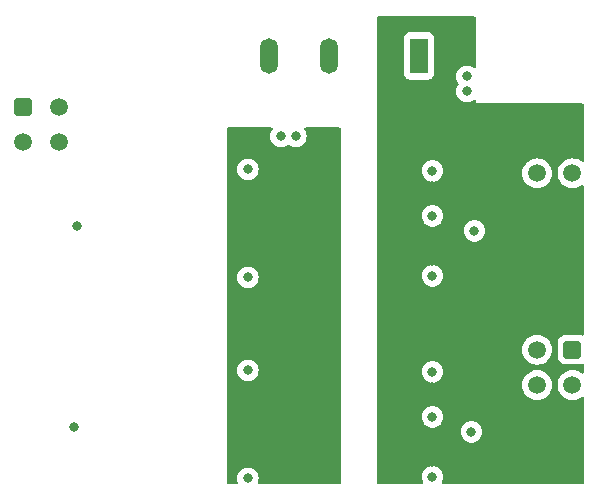
<source format=gbr>
%TF.GenerationSoftware,KiCad,Pcbnew,(6.0.1)*%
%TF.CreationDate,2022-08-15T16:30:33+03:00*%
%TF.ProjectId,Measure,4d656173-7572-4652-9e6b-696361645f70,rev?*%
%TF.SameCoordinates,Original*%
%TF.FileFunction,Copper,L2,Inr*%
%TF.FilePolarity,Positive*%
%FSLAX46Y46*%
G04 Gerber Fmt 4.6, Leading zero omitted, Abs format (unit mm)*
G04 Created by KiCad (PCBNEW (6.0.1)) date 2022-08-15 16:30:33*
%MOMM*%
%LPD*%
G01*
G04 APERTURE LIST*
G04 Aperture macros list*
%AMRoundRect*
0 Rectangle with rounded corners*
0 $1 Rounding radius*
0 $2 $3 $4 $5 $6 $7 $8 $9 X,Y pos of 4 corners*
0 Add a 4 corners polygon primitive as box body*
4,1,4,$2,$3,$4,$5,$6,$7,$8,$9,$2,$3,0*
0 Add four circle primitives for the rounded corners*
1,1,$1+$1,$2,$3*
1,1,$1+$1,$4,$5*
1,1,$1+$1,$6,$7*
1,1,$1+$1,$8,$9*
0 Add four rect primitives between the rounded corners*
20,1,$1+$1,$2,$3,$4,$5,0*
20,1,$1+$1,$4,$5,$6,$7,0*
20,1,$1+$1,$6,$7,$8,$9,0*
20,1,$1+$1,$8,$9,$2,$3,0*%
G04 Aperture macros list end*
%TA.AperFunction,ComponentPad*%
%ADD10RoundRect,0.250001X-0.499999X0.499999X-0.499999X-0.499999X0.499999X-0.499999X0.499999X0.499999X0*%
%TD*%
%TA.AperFunction,ComponentPad*%
%ADD11C,1.500000*%
%TD*%
%TA.AperFunction,ComponentPad*%
%ADD12R,1.500000X3.000000*%
%TD*%
%TA.AperFunction,ComponentPad*%
%ADD13O,1.500000X3.000000*%
%TD*%
%TA.AperFunction,ComponentPad*%
%ADD14RoundRect,0.250001X-0.499999X-0.499999X0.499999X-0.499999X0.499999X0.499999X-0.499999X0.499999X0*%
%TD*%
%TA.AperFunction,ViaPad*%
%ADD15C,0.800000*%
%TD*%
G04 APERTURE END LIST*
D10*
%TO.N,+5V*%
%TO.C,J3*%
X180640000Y-73786000D03*
D11*
%TO.N,GND*%
X180640000Y-76786000D03*
%TO.N,+5V*%
X177640000Y-73786000D03*
%TO.N,GND*%
X177640000Y-76786000D03*
%TD*%
D12*
%TO.N,GND*%
%TO.C,U1*%
X167666500Y-66842000D03*
D13*
%TO.N,+5V*%
X165126500Y-66842000D03*
%TO.N,+5VP*%
X160046500Y-66842000D03*
%TO.N,GNDPWR*%
X154966500Y-66842000D03*
%TD*%
D10*
%TO.N,GND*%
%TO.C,J2*%
X180640000Y-91718000D03*
D11*
X180640000Y-94718000D03*
%TO.N,/Voltage_OUT_Measure*%
X177640000Y-91718000D03*
%TO.N,/Voltage_IN_Measure*%
X177640000Y-94718000D03*
%TD*%
D14*
%TO.N,GNDPWR*%
%TO.C,J1*%
X134136000Y-71165000D03*
D11*
X137136000Y-71165000D03*
%TO.N,/Voltage_IN*%
X134136000Y-74165000D03*
%TO.N,/Voltage_OUT*%
X137136000Y-74165000D03*
%TD*%
D15*
%TO.N,+5V*%
X168783000Y-94869000D03*
X171704000Y-64516000D03*
X168783000Y-101219000D03*
X168783000Y-77851000D03*
X168783000Y-84201000D03*
X171704000Y-65786000D03*
%TO.N,GND*%
X168783000Y-85471000D03*
X171704000Y-68580000D03*
X171704000Y-69850000D03*
X168783000Y-76581000D03*
X168783000Y-93599000D03*
X168783000Y-102489000D03*
%TO.N,+5VP*%
X159258000Y-73660000D03*
X153162000Y-83544500D03*
X155194000Y-81661000D03*
X155067000Y-98679000D03*
X160528000Y-73660000D03*
X153172750Y-100573250D03*
%TO.N,GNDPWR*%
X138684000Y-81280000D03*
X153162000Y-85598000D03*
X155956000Y-73660000D03*
X153162000Y-102616000D03*
X153162000Y-93472000D03*
X157226000Y-73660000D03*
X138430000Y-98298000D03*
X153162000Y-76454000D03*
%TO.N,Net-(C11-Pad1)*%
X168783000Y-97409000D03*
%TO.N,/Voltage_IN_Measure*%
X172085000Y-98679000D03*
%TO.N,Net-(C18-Pad1)*%
X168783000Y-80391000D03*
%TO.N,/Voltage_OUT_Measure*%
X172339000Y-81661000D03*
%TD*%
%TA.AperFunction,Conductor*%
%TO.N,+5VP*%
G36*
X155204722Y-72918002D02*
G01*
X155251215Y-72971658D01*
X155261319Y-73041932D01*
X155230238Y-73108309D01*
X155216960Y-73123056D01*
X155121473Y-73288444D01*
X155062458Y-73470072D01*
X155042496Y-73660000D01*
X155062458Y-73849928D01*
X155121473Y-74031556D01*
X155216960Y-74196944D01*
X155344747Y-74338866D01*
X155499248Y-74451118D01*
X155505276Y-74453802D01*
X155505278Y-74453803D01*
X155667681Y-74526109D01*
X155673712Y-74528794D01*
X155767113Y-74548647D01*
X155854056Y-74567128D01*
X155854061Y-74567128D01*
X155860513Y-74568500D01*
X156051487Y-74568500D01*
X156057939Y-74567128D01*
X156057944Y-74567128D01*
X156144887Y-74548647D01*
X156238288Y-74528794D01*
X156244319Y-74526109D01*
X156406722Y-74453803D01*
X156406724Y-74453802D01*
X156412752Y-74451118D01*
X156516940Y-74375421D01*
X156583806Y-74351563D01*
X156652958Y-74367643D01*
X156665056Y-74375418D01*
X156769248Y-74451118D01*
X156775276Y-74453802D01*
X156775278Y-74453803D01*
X156937681Y-74526109D01*
X156943712Y-74528794D01*
X157037113Y-74548647D01*
X157124056Y-74567128D01*
X157124061Y-74567128D01*
X157130513Y-74568500D01*
X157321487Y-74568500D01*
X157327939Y-74567128D01*
X157327944Y-74567128D01*
X157414887Y-74548647D01*
X157508288Y-74528794D01*
X157514319Y-74526109D01*
X157676722Y-74453803D01*
X157676724Y-74453802D01*
X157682752Y-74451118D01*
X157837253Y-74338866D01*
X157965040Y-74196944D01*
X158060527Y-74031556D01*
X158119542Y-73849928D01*
X158139504Y-73660000D01*
X158119542Y-73470072D01*
X158060527Y-73288444D01*
X157965040Y-73123056D01*
X157951762Y-73108309D01*
X157921045Y-73044301D01*
X157929810Y-72973848D01*
X157975274Y-72919317D01*
X158045399Y-72898000D01*
X160910000Y-72898000D01*
X160978121Y-72918002D01*
X161024614Y-72971658D01*
X161036000Y-73024000D01*
X161036000Y-102998000D01*
X161015998Y-103066121D01*
X160962342Y-103112614D01*
X160910000Y-103124000D01*
X154125618Y-103124000D01*
X154057497Y-103103998D01*
X154011004Y-103050342D01*
X154000900Y-102980068D01*
X154005785Y-102959064D01*
X154053502Y-102812206D01*
X154055542Y-102805928D01*
X154075504Y-102616000D01*
X154055542Y-102426072D01*
X153996527Y-102244444D01*
X153901040Y-102079056D01*
X153773253Y-101937134D01*
X153618752Y-101824882D01*
X153612724Y-101822198D01*
X153612722Y-101822197D01*
X153450319Y-101749891D01*
X153450318Y-101749891D01*
X153444288Y-101747206D01*
X153350887Y-101727353D01*
X153263944Y-101708872D01*
X153263939Y-101708872D01*
X153257487Y-101707500D01*
X153066513Y-101707500D01*
X153060061Y-101708872D01*
X153060056Y-101708872D01*
X152973113Y-101727353D01*
X152879712Y-101747206D01*
X152873682Y-101749891D01*
X152873681Y-101749891D01*
X152711278Y-101822197D01*
X152711276Y-101822198D01*
X152705248Y-101824882D01*
X152550747Y-101937134D01*
X152422960Y-102079056D01*
X152327473Y-102244444D01*
X152268458Y-102426072D01*
X152248496Y-102616000D01*
X152268458Y-102805928D01*
X152270498Y-102812206D01*
X152318215Y-102959064D01*
X152320243Y-103030031D01*
X152283580Y-103090829D01*
X152219868Y-103122155D01*
X152198382Y-103124000D01*
X151510000Y-103124000D01*
X151441879Y-103103998D01*
X151395386Y-103050342D01*
X151384000Y-102998000D01*
X151384000Y-93472000D01*
X152248496Y-93472000D01*
X152268458Y-93661928D01*
X152327473Y-93843556D01*
X152422960Y-94008944D01*
X152550747Y-94150866D01*
X152705248Y-94263118D01*
X152711276Y-94265802D01*
X152711278Y-94265803D01*
X152873681Y-94338109D01*
X152879712Y-94340794D01*
X152973113Y-94360647D01*
X153060056Y-94379128D01*
X153060061Y-94379128D01*
X153066513Y-94380500D01*
X153257487Y-94380500D01*
X153263939Y-94379128D01*
X153263944Y-94379128D01*
X153350887Y-94360647D01*
X153444288Y-94340794D01*
X153450319Y-94338109D01*
X153612722Y-94265803D01*
X153612724Y-94265802D01*
X153618752Y-94263118D01*
X153773253Y-94150866D01*
X153901040Y-94008944D01*
X153996527Y-93843556D01*
X154055542Y-93661928D01*
X154075504Y-93472000D01*
X154055542Y-93282072D01*
X153996527Y-93100444D01*
X153901040Y-92935056D01*
X153773253Y-92793134D01*
X153618752Y-92680882D01*
X153612724Y-92678198D01*
X153612722Y-92678197D01*
X153450319Y-92605891D01*
X153450318Y-92605891D01*
X153444288Y-92603206D01*
X153350887Y-92583353D01*
X153263944Y-92564872D01*
X153263939Y-92564872D01*
X153257487Y-92563500D01*
X153066513Y-92563500D01*
X153060061Y-92564872D01*
X153060056Y-92564872D01*
X152973113Y-92583353D01*
X152879712Y-92603206D01*
X152873682Y-92605891D01*
X152873681Y-92605891D01*
X152711278Y-92678197D01*
X152711276Y-92678198D01*
X152705248Y-92680882D01*
X152550747Y-92793134D01*
X152422960Y-92935056D01*
X152327473Y-93100444D01*
X152268458Y-93282072D01*
X152248496Y-93472000D01*
X151384000Y-93472000D01*
X151384000Y-85598000D01*
X152248496Y-85598000D01*
X152268458Y-85787928D01*
X152327473Y-85969556D01*
X152422960Y-86134944D01*
X152550747Y-86276866D01*
X152705248Y-86389118D01*
X152711276Y-86391802D01*
X152711278Y-86391803D01*
X152873681Y-86464109D01*
X152879712Y-86466794D01*
X152973112Y-86486647D01*
X153060056Y-86505128D01*
X153060061Y-86505128D01*
X153066513Y-86506500D01*
X153257487Y-86506500D01*
X153263939Y-86505128D01*
X153263944Y-86505128D01*
X153350888Y-86486647D01*
X153444288Y-86466794D01*
X153450319Y-86464109D01*
X153612722Y-86391803D01*
X153612724Y-86391802D01*
X153618752Y-86389118D01*
X153773253Y-86276866D01*
X153901040Y-86134944D01*
X153996527Y-85969556D01*
X154055542Y-85787928D01*
X154075504Y-85598000D01*
X154055542Y-85408072D01*
X153996527Y-85226444D01*
X153901040Y-85061056D01*
X153773253Y-84919134D01*
X153618752Y-84806882D01*
X153612724Y-84804198D01*
X153612722Y-84804197D01*
X153450319Y-84731891D01*
X153450318Y-84731891D01*
X153444288Y-84729206D01*
X153350888Y-84709353D01*
X153263944Y-84690872D01*
X153263939Y-84690872D01*
X153257487Y-84689500D01*
X153066513Y-84689500D01*
X153060061Y-84690872D01*
X153060056Y-84690872D01*
X152973113Y-84709353D01*
X152879712Y-84729206D01*
X152873682Y-84731891D01*
X152873681Y-84731891D01*
X152711278Y-84804197D01*
X152711276Y-84804198D01*
X152705248Y-84806882D01*
X152550747Y-84919134D01*
X152422960Y-85061056D01*
X152327473Y-85226444D01*
X152268458Y-85408072D01*
X152248496Y-85598000D01*
X151384000Y-85598000D01*
X151384000Y-76454000D01*
X152248496Y-76454000D01*
X152268458Y-76643928D01*
X152327473Y-76825556D01*
X152422960Y-76990944D01*
X152550747Y-77132866D01*
X152705248Y-77245118D01*
X152711276Y-77247802D01*
X152711278Y-77247803D01*
X152873681Y-77320109D01*
X152879712Y-77322794D01*
X152973112Y-77342647D01*
X153060056Y-77361128D01*
X153060061Y-77361128D01*
X153066513Y-77362500D01*
X153257487Y-77362500D01*
X153263939Y-77361128D01*
X153263944Y-77361128D01*
X153350888Y-77342647D01*
X153444288Y-77322794D01*
X153450319Y-77320109D01*
X153612722Y-77247803D01*
X153612724Y-77247802D01*
X153618752Y-77245118D01*
X153773253Y-77132866D01*
X153901040Y-76990944D01*
X153996527Y-76825556D01*
X154055542Y-76643928D01*
X154075504Y-76454000D01*
X154055542Y-76264072D01*
X153996527Y-76082444D01*
X153901040Y-75917056D01*
X153773253Y-75775134D01*
X153618752Y-75662882D01*
X153612724Y-75660198D01*
X153612722Y-75660197D01*
X153450319Y-75587891D01*
X153450318Y-75587891D01*
X153444288Y-75585206D01*
X153350887Y-75565353D01*
X153263944Y-75546872D01*
X153263939Y-75546872D01*
X153257487Y-75545500D01*
X153066513Y-75545500D01*
X153060061Y-75546872D01*
X153060056Y-75546872D01*
X152973113Y-75565353D01*
X152879712Y-75585206D01*
X152873682Y-75587891D01*
X152873681Y-75587891D01*
X152711278Y-75660197D01*
X152711276Y-75660198D01*
X152705248Y-75662882D01*
X152550747Y-75775134D01*
X152422960Y-75917056D01*
X152327473Y-76082444D01*
X152268458Y-76264072D01*
X152248496Y-76454000D01*
X151384000Y-76454000D01*
X151384000Y-73024000D01*
X151404002Y-72955879D01*
X151457658Y-72909386D01*
X151510000Y-72898000D01*
X155136601Y-72898000D01*
X155204722Y-72918002D01*
G37*
%TD.AperFunction*%
%TD*%
%TA.AperFunction,Conductor*%
%TO.N,+5V*%
G36*
X172408121Y-63520002D02*
G01*
X172454614Y-63573658D01*
X172466000Y-63626000D01*
X172466000Y-67763369D01*
X172445998Y-67831490D01*
X172392342Y-67877983D01*
X172322068Y-67888087D01*
X172265939Y-67865305D01*
X172166094Y-67792763D01*
X172166093Y-67792762D01*
X172160752Y-67788882D01*
X172154724Y-67786198D01*
X172154722Y-67786197D01*
X171992319Y-67713891D01*
X171992318Y-67713891D01*
X171986288Y-67711206D01*
X171892888Y-67691353D01*
X171805944Y-67672872D01*
X171805939Y-67672872D01*
X171799487Y-67671500D01*
X171608513Y-67671500D01*
X171602061Y-67672872D01*
X171602056Y-67672872D01*
X171515112Y-67691353D01*
X171421712Y-67711206D01*
X171415682Y-67713891D01*
X171415681Y-67713891D01*
X171253278Y-67786197D01*
X171253276Y-67786198D01*
X171247248Y-67788882D01*
X171092747Y-67901134D01*
X170964960Y-68043056D01*
X170869473Y-68208444D01*
X170810458Y-68390072D01*
X170790496Y-68580000D01*
X170810458Y-68769928D01*
X170869473Y-68951556D01*
X170964960Y-69116944D01*
X170977338Y-69130691D01*
X171008054Y-69194697D01*
X170999290Y-69265150D01*
X170977339Y-69299307D01*
X170964960Y-69313056D01*
X170869473Y-69478444D01*
X170810458Y-69660072D01*
X170790496Y-69850000D01*
X170810458Y-70039928D01*
X170869473Y-70221556D01*
X170964960Y-70386944D01*
X171092747Y-70528866D01*
X171247248Y-70641118D01*
X171253276Y-70643802D01*
X171253278Y-70643803D01*
X171304551Y-70666631D01*
X171421712Y-70718794D01*
X171515113Y-70738647D01*
X171602056Y-70757128D01*
X171602061Y-70757128D01*
X171608513Y-70758500D01*
X171799487Y-70758500D01*
X171805939Y-70757128D01*
X171805944Y-70757128D01*
X171892887Y-70738647D01*
X171986288Y-70718794D01*
X172103449Y-70666631D01*
X172154722Y-70643803D01*
X172154724Y-70643802D01*
X172160752Y-70641118D01*
X172206568Y-70607831D01*
X172265939Y-70564695D01*
X172332807Y-70540837D01*
X172401958Y-70556917D01*
X172451438Y-70607831D01*
X172466000Y-70666631D01*
X172466000Y-70866000D01*
X181484000Y-70866000D01*
X181552121Y-70886002D01*
X181598614Y-70939658D01*
X181610000Y-70992000D01*
X181610000Y-75686813D01*
X181589998Y-75754934D01*
X181536342Y-75801427D01*
X181466068Y-75811531D01*
X181411729Y-75790026D01*
X181361612Y-75754934D01*
X181271654Y-75691944D01*
X181072076Y-75598880D01*
X180859371Y-75541885D01*
X180640000Y-75522693D01*
X180420629Y-75541885D01*
X180207924Y-75598880D01*
X180114562Y-75642415D01*
X180013334Y-75689618D01*
X180013329Y-75689621D01*
X180008347Y-75691944D01*
X180003840Y-75695100D01*
X180003838Y-75695101D01*
X179832473Y-75815092D01*
X179832470Y-75815094D01*
X179827962Y-75818251D01*
X179672251Y-75973962D01*
X179669094Y-75978470D01*
X179669092Y-75978473D01*
X179619167Y-76049774D01*
X179545944Y-76154347D01*
X179543621Y-76159329D01*
X179543618Y-76159334D01*
X179520252Y-76209444D01*
X179452880Y-76353924D01*
X179395885Y-76566629D01*
X179376693Y-76786000D01*
X179395885Y-77005371D01*
X179452880Y-77218076D01*
X179455205Y-77223061D01*
X179543618Y-77412666D01*
X179543621Y-77412671D01*
X179545944Y-77417653D01*
X179672251Y-77598038D01*
X179827962Y-77753749D01*
X179832471Y-77756906D01*
X179832473Y-77756908D01*
X179860555Y-77776571D01*
X180008346Y-77880056D01*
X180207924Y-77973120D01*
X180420629Y-78030115D01*
X180640000Y-78049307D01*
X180859371Y-78030115D01*
X181072076Y-77973120D01*
X181271654Y-77880056D01*
X181411729Y-77781974D01*
X181479003Y-77759286D01*
X181547863Y-77776571D01*
X181596448Y-77828341D01*
X181610000Y-77885187D01*
X181610000Y-90400187D01*
X181589998Y-90468308D01*
X181536342Y-90514801D01*
X181466068Y-90524905D01*
X181444333Y-90519780D01*
X181301389Y-90472368D01*
X181301387Y-90472368D01*
X181294861Y-90470203D01*
X181288025Y-90469503D01*
X181288022Y-90469502D01*
X181244969Y-90465091D01*
X181190400Y-90459500D01*
X180089600Y-90459500D01*
X180086354Y-90459837D01*
X180086350Y-90459837D01*
X179990693Y-90469762D01*
X179990689Y-90469763D01*
X179983835Y-90470474D01*
X179977299Y-90472655D01*
X179977297Y-90472655D01*
X179850971Y-90514801D01*
X179816055Y-90526450D01*
X179665652Y-90619522D01*
X179540695Y-90744697D01*
X179447885Y-90895262D01*
X179392203Y-91063139D01*
X179381500Y-91167600D01*
X179381500Y-92268400D01*
X179381837Y-92271646D01*
X179381837Y-92271650D01*
X179390399Y-92354162D01*
X179392474Y-92374165D01*
X179448450Y-92541945D01*
X179541522Y-92692348D01*
X179666697Y-92817305D01*
X179672927Y-92821145D01*
X179672928Y-92821146D01*
X179809159Y-92905120D01*
X179817262Y-92910115D01*
X179835762Y-92916251D01*
X179978611Y-92963632D01*
X179978613Y-92963632D01*
X179985139Y-92965797D01*
X179991975Y-92966497D01*
X179991978Y-92966498D01*
X180035031Y-92970909D01*
X180089600Y-92976500D01*
X181190400Y-92976500D01*
X181193646Y-92976163D01*
X181193650Y-92976163D01*
X181289307Y-92966238D01*
X181289311Y-92966237D01*
X181296165Y-92965526D01*
X181302701Y-92963345D01*
X181302703Y-92963345D01*
X181444124Y-92916163D01*
X181515073Y-92913579D01*
X181576157Y-92949762D01*
X181607982Y-93013227D01*
X181610000Y-93035687D01*
X181610000Y-93618813D01*
X181589998Y-93686934D01*
X181536342Y-93733427D01*
X181466068Y-93743531D01*
X181411729Y-93722026D01*
X181361612Y-93686934D01*
X181271654Y-93623944D01*
X181072076Y-93530880D01*
X180859371Y-93473885D01*
X180640000Y-93454693D01*
X180420629Y-93473885D01*
X180207924Y-93530880D01*
X180114562Y-93574415D01*
X180013334Y-93621618D01*
X180013329Y-93621621D01*
X180008347Y-93623944D01*
X180003840Y-93627100D01*
X180003838Y-93627101D01*
X179832473Y-93747092D01*
X179832470Y-93747094D01*
X179827962Y-93750251D01*
X179672251Y-93905962D01*
X179669094Y-93910470D01*
X179669092Y-93910473D01*
X179623014Y-93976279D01*
X179545944Y-94086347D01*
X179543621Y-94091329D01*
X179543618Y-94091334D01*
X179520528Y-94140852D01*
X179452880Y-94285924D01*
X179395885Y-94498629D01*
X179376693Y-94718000D01*
X179395885Y-94937371D01*
X179452880Y-95150076D01*
X179455205Y-95155061D01*
X179543618Y-95344666D01*
X179543621Y-95344671D01*
X179545944Y-95349653D01*
X179672251Y-95530038D01*
X179827962Y-95685749D01*
X179832471Y-95688906D01*
X179832473Y-95688908D01*
X179860555Y-95708571D01*
X180008346Y-95812056D01*
X180207924Y-95905120D01*
X180420629Y-95962115D01*
X180640000Y-95981307D01*
X180859371Y-95962115D01*
X181072076Y-95905120D01*
X181271654Y-95812056D01*
X181411729Y-95713974D01*
X181479003Y-95691286D01*
X181547863Y-95708571D01*
X181596448Y-95760341D01*
X181610000Y-95817187D01*
X181610000Y-102998000D01*
X181589998Y-103066121D01*
X181536342Y-103112614D01*
X181484000Y-103124000D01*
X169683666Y-103124000D01*
X169615545Y-103103998D01*
X169569052Y-103050342D01*
X169558948Y-102980068D01*
X169574547Y-102935000D01*
X169614223Y-102866279D01*
X169614224Y-102866278D01*
X169617527Y-102860556D01*
X169676542Y-102678928D01*
X169696504Y-102489000D01*
X169676542Y-102299072D01*
X169617527Y-102117444D01*
X169522040Y-101952056D01*
X169394253Y-101810134D01*
X169239752Y-101697882D01*
X169233724Y-101695198D01*
X169233722Y-101695197D01*
X169071319Y-101622891D01*
X169071318Y-101622891D01*
X169065288Y-101620206D01*
X168971887Y-101600353D01*
X168884944Y-101581872D01*
X168884939Y-101581872D01*
X168878487Y-101580500D01*
X168687513Y-101580500D01*
X168681061Y-101581872D01*
X168681056Y-101581872D01*
X168594113Y-101600353D01*
X168500712Y-101620206D01*
X168494682Y-101622891D01*
X168494681Y-101622891D01*
X168332278Y-101695197D01*
X168332276Y-101695198D01*
X168326248Y-101697882D01*
X168171747Y-101810134D01*
X168043960Y-101952056D01*
X167948473Y-102117444D01*
X167889458Y-102299072D01*
X167869496Y-102489000D01*
X167889458Y-102678928D01*
X167948473Y-102860556D01*
X167951776Y-102866278D01*
X167951777Y-102866279D01*
X167991453Y-102935000D01*
X168008191Y-103003996D01*
X167984970Y-103071087D01*
X167929163Y-103114974D01*
X167882334Y-103124000D01*
X164210000Y-103124000D01*
X164141879Y-103103998D01*
X164095386Y-103050342D01*
X164084000Y-102998000D01*
X164084000Y-98679000D01*
X171171496Y-98679000D01*
X171191458Y-98868928D01*
X171250473Y-99050556D01*
X171345960Y-99215944D01*
X171473747Y-99357866D01*
X171628248Y-99470118D01*
X171634276Y-99472802D01*
X171634278Y-99472803D01*
X171796681Y-99545109D01*
X171802712Y-99547794D01*
X171896113Y-99567647D01*
X171983056Y-99586128D01*
X171983061Y-99586128D01*
X171989513Y-99587500D01*
X172180487Y-99587500D01*
X172186939Y-99586128D01*
X172186944Y-99586128D01*
X172273887Y-99567647D01*
X172367288Y-99547794D01*
X172373319Y-99545109D01*
X172535722Y-99472803D01*
X172535724Y-99472802D01*
X172541752Y-99470118D01*
X172696253Y-99357866D01*
X172824040Y-99215944D01*
X172919527Y-99050556D01*
X172978542Y-98868928D01*
X172998504Y-98679000D01*
X172978542Y-98489072D01*
X172919527Y-98307444D01*
X172824040Y-98142056D01*
X172778744Y-98091749D01*
X172700675Y-98005045D01*
X172700674Y-98005044D01*
X172696253Y-98000134D01*
X172541752Y-97887882D01*
X172535724Y-97885198D01*
X172535722Y-97885197D01*
X172373319Y-97812891D01*
X172373318Y-97812891D01*
X172367288Y-97810206D01*
X172254721Y-97786279D01*
X172186944Y-97771872D01*
X172186939Y-97771872D01*
X172180487Y-97770500D01*
X171989513Y-97770500D01*
X171983061Y-97771872D01*
X171983056Y-97771872D01*
X171915279Y-97786279D01*
X171802712Y-97810206D01*
X171796682Y-97812891D01*
X171796681Y-97812891D01*
X171634278Y-97885197D01*
X171634276Y-97885198D01*
X171628248Y-97887882D01*
X171473747Y-98000134D01*
X171469326Y-98005044D01*
X171469325Y-98005045D01*
X171391257Y-98091749D01*
X171345960Y-98142056D01*
X171250473Y-98307444D01*
X171191458Y-98489072D01*
X171171496Y-98679000D01*
X164084000Y-98679000D01*
X164084000Y-97409000D01*
X167869496Y-97409000D01*
X167889458Y-97598928D01*
X167948473Y-97780556D01*
X168043960Y-97945944D01*
X168048378Y-97950851D01*
X168048379Y-97950852D01*
X168092753Y-98000134D01*
X168171747Y-98087866D01*
X168326248Y-98200118D01*
X168332276Y-98202802D01*
X168332278Y-98202803D01*
X168494681Y-98275109D01*
X168500712Y-98277794D01*
X168594112Y-98297647D01*
X168681056Y-98316128D01*
X168681061Y-98316128D01*
X168687513Y-98317500D01*
X168878487Y-98317500D01*
X168884939Y-98316128D01*
X168884944Y-98316128D01*
X168971888Y-98297647D01*
X169065288Y-98277794D01*
X169071319Y-98275109D01*
X169233722Y-98202803D01*
X169233724Y-98202802D01*
X169239752Y-98200118D01*
X169394253Y-98087866D01*
X169473247Y-98000134D01*
X169517621Y-97950852D01*
X169517622Y-97950851D01*
X169522040Y-97945944D01*
X169617527Y-97780556D01*
X169676542Y-97598928D01*
X169696504Y-97409000D01*
X169676542Y-97219072D01*
X169617527Y-97037444D01*
X169522040Y-96872056D01*
X169394253Y-96730134D01*
X169239752Y-96617882D01*
X169233724Y-96615198D01*
X169233722Y-96615197D01*
X169071319Y-96542891D01*
X169071318Y-96542891D01*
X169065288Y-96540206D01*
X168971887Y-96520353D01*
X168884944Y-96501872D01*
X168884939Y-96501872D01*
X168878487Y-96500500D01*
X168687513Y-96500500D01*
X168681061Y-96501872D01*
X168681056Y-96501872D01*
X168594112Y-96520353D01*
X168500712Y-96540206D01*
X168494682Y-96542891D01*
X168494681Y-96542891D01*
X168332278Y-96615197D01*
X168332276Y-96615198D01*
X168326248Y-96617882D01*
X168171747Y-96730134D01*
X168043960Y-96872056D01*
X167948473Y-97037444D01*
X167889458Y-97219072D01*
X167869496Y-97409000D01*
X164084000Y-97409000D01*
X164084000Y-94718000D01*
X176376693Y-94718000D01*
X176395885Y-94937371D01*
X176452880Y-95150076D01*
X176455205Y-95155061D01*
X176543618Y-95344666D01*
X176543621Y-95344671D01*
X176545944Y-95349653D01*
X176672251Y-95530038D01*
X176827962Y-95685749D01*
X176832471Y-95688906D01*
X176832473Y-95688908D01*
X176860555Y-95708571D01*
X177008346Y-95812056D01*
X177207924Y-95905120D01*
X177420629Y-95962115D01*
X177640000Y-95981307D01*
X177859371Y-95962115D01*
X178072076Y-95905120D01*
X178271654Y-95812056D01*
X178419445Y-95708571D01*
X178447527Y-95688908D01*
X178447529Y-95688906D01*
X178452038Y-95685749D01*
X178607749Y-95530038D01*
X178734056Y-95349653D01*
X178736379Y-95344671D01*
X178736382Y-95344666D01*
X178824795Y-95155061D01*
X178827120Y-95150076D01*
X178884115Y-94937371D01*
X178903307Y-94718000D01*
X178884115Y-94498629D01*
X178827120Y-94285924D01*
X178759472Y-94140852D01*
X178736382Y-94091334D01*
X178736379Y-94091329D01*
X178734056Y-94086347D01*
X178656986Y-93976279D01*
X178610908Y-93910473D01*
X178610906Y-93910470D01*
X178607749Y-93905962D01*
X178452038Y-93750251D01*
X178271654Y-93623944D01*
X178072076Y-93530880D01*
X177859371Y-93473885D01*
X177640000Y-93454693D01*
X177420629Y-93473885D01*
X177207924Y-93530880D01*
X177114562Y-93574415D01*
X177013334Y-93621618D01*
X177013329Y-93621621D01*
X177008347Y-93623944D01*
X177003840Y-93627100D01*
X177003838Y-93627101D01*
X176832473Y-93747092D01*
X176832470Y-93747094D01*
X176827962Y-93750251D01*
X176672251Y-93905962D01*
X176669094Y-93910470D01*
X176669092Y-93910473D01*
X176623014Y-93976279D01*
X176545944Y-94086347D01*
X176543621Y-94091329D01*
X176543618Y-94091334D01*
X176520528Y-94140852D01*
X176452880Y-94285924D01*
X176395885Y-94498629D01*
X176376693Y-94718000D01*
X164084000Y-94718000D01*
X164084000Y-93599000D01*
X167869496Y-93599000D01*
X167870186Y-93605565D01*
X167885803Y-93754148D01*
X167889458Y-93788928D01*
X167948473Y-93970556D01*
X168043960Y-94135944D01*
X168171747Y-94277866D01*
X168326248Y-94390118D01*
X168332276Y-94392802D01*
X168332278Y-94392803D01*
X168494681Y-94465109D01*
X168500712Y-94467794D01*
X168594113Y-94487647D01*
X168681056Y-94506128D01*
X168681061Y-94506128D01*
X168687513Y-94507500D01*
X168878487Y-94507500D01*
X168884939Y-94506128D01*
X168884944Y-94506128D01*
X168971888Y-94487647D01*
X169065288Y-94467794D01*
X169071319Y-94465109D01*
X169233722Y-94392803D01*
X169233724Y-94392802D01*
X169239752Y-94390118D01*
X169394253Y-94277866D01*
X169522040Y-94135944D01*
X169617527Y-93970556D01*
X169676542Y-93788928D01*
X169680198Y-93754148D01*
X169695814Y-93605565D01*
X169696504Y-93599000D01*
X169676542Y-93409072D01*
X169617527Y-93227444D01*
X169522040Y-93062056D01*
X169449334Y-92981307D01*
X169398675Y-92925045D01*
X169398674Y-92925044D01*
X169394253Y-92920134D01*
X169252722Y-92817305D01*
X169245094Y-92811763D01*
X169245093Y-92811762D01*
X169239752Y-92807882D01*
X169233724Y-92805198D01*
X169233722Y-92805197D01*
X169071319Y-92732891D01*
X169071318Y-92732891D01*
X169065288Y-92730206D01*
X168971888Y-92710353D01*
X168884944Y-92691872D01*
X168884939Y-92691872D01*
X168878487Y-92690500D01*
X168687513Y-92690500D01*
X168681061Y-92691872D01*
X168681056Y-92691872D01*
X168594113Y-92710353D01*
X168500712Y-92730206D01*
X168494682Y-92732891D01*
X168494681Y-92732891D01*
X168332278Y-92805197D01*
X168332276Y-92805198D01*
X168326248Y-92807882D01*
X168320907Y-92811762D01*
X168320906Y-92811763D01*
X168313278Y-92817305D01*
X168171747Y-92920134D01*
X168167326Y-92925044D01*
X168167325Y-92925045D01*
X168116667Y-92981307D01*
X168043960Y-93062056D01*
X167948473Y-93227444D01*
X167889458Y-93409072D01*
X167869496Y-93599000D01*
X164084000Y-93599000D01*
X164084000Y-91718000D01*
X176376693Y-91718000D01*
X176395885Y-91937371D01*
X176452880Y-92150076D01*
X176455205Y-92155061D01*
X176543618Y-92344666D01*
X176543621Y-92344671D01*
X176545944Y-92349653D01*
X176672251Y-92530038D01*
X176827962Y-92685749D01*
X176832471Y-92688906D01*
X176832473Y-92688908D01*
X176836706Y-92691872D01*
X177008346Y-92812056D01*
X177207924Y-92905120D01*
X177420629Y-92962115D01*
X177640000Y-92981307D01*
X177859371Y-92962115D01*
X178072076Y-92905120D01*
X178271654Y-92812056D01*
X178443294Y-92691872D01*
X178447527Y-92688908D01*
X178447529Y-92688906D01*
X178452038Y-92685749D01*
X178607749Y-92530038D01*
X178734056Y-92349653D01*
X178736379Y-92344671D01*
X178736382Y-92344666D01*
X178824795Y-92155061D01*
X178827120Y-92150076D01*
X178884115Y-91937371D01*
X178903307Y-91718000D01*
X178884115Y-91498629D01*
X178827120Y-91285924D01*
X178770454Y-91164402D01*
X178736382Y-91091334D01*
X178736379Y-91091329D01*
X178734056Y-91086347D01*
X178730899Y-91081838D01*
X178610908Y-90910473D01*
X178610906Y-90910470D01*
X178607749Y-90905962D01*
X178452038Y-90750251D01*
X178444107Y-90744697D01*
X178372759Y-90694739D01*
X178271654Y-90623944D01*
X178072076Y-90530880D01*
X177859371Y-90473885D01*
X177640000Y-90454693D01*
X177420629Y-90473885D01*
X177207924Y-90530880D01*
X177114562Y-90574415D01*
X177013334Y-90621618D01*
X177013329Y-90621621D01*
X177008347Y-90623944D01*
X177003840Y-90627100D01*
X177003838Y-90627101D01*
X176832473Y-90747092D01*
X176832470Y-90747094D01*
X176827962Y-90750251D01*
X176672251Y-90905962D01*
X176669094Y-90910470D01*
X176669092Y-90910473D01*
X176549101Y-91081838D01*
X176545944Y-91086347D01*
X176543621Y-91091329D01*
X176543618Y-91091334D01*
X176509546Y-91164402D01*
X176452880Y-91285924D01*
X176395885Y-91498629D01*
X176376693Y-91718000D01*
X164084000Y-91718000D01*
X164084000Y-85471000D01*
X167869496Y-85471000D01*
X167889458Y-85660928D01*
X167948473Y-85842556D01*
X168043960Y-86007944D01*
X168171747Y-86149866D01*
X168326248Y-86262118D01*
X168332276Y-86264802D01*
X168332278Y-86264803D01*
X168494681Y-86337109D01*
X168500712Y-86339794D01*
X168594112Y-86359647D01*
X168681056Y-86378128D01*
X168681061Y-86378128D01*
X168687513Y-86379500D01*
X168878487Y-86379500D01*
X168884939Y-86378128D01*
X168884944Y-86378128D01*
X168971888Y-86359647D01*
X169065288Y-86339794D01*
X169071319Y-86337109D01*
X169233722Y-86264803D01*
X169233724Y-86264802D01*
X169239752Y-86262118D01*
X169394253Y-86149866D01*
X169522040Y-86007944D01*
X169617527Y-85842556D01*
X169676542Y-85660928D01*
X169696504Y-85471000D01*
X169676542Y-85281072D01*
X169617527Y-85099444D01*
X169522040Y-84934056D01*
X169394253Y-84792134D01*
X169239752Y-84679882D01*
X169233724Y-84677198D01*
X169233722Y-84677197D01*
X169071319Y-84604891D01*
X169071318Y-84604891D01*
X169065288Y-84602206D01*
X168971888Y-84582353D01*
X168884944Y-84563872D01*
X168884939Y-84563872D01*
X168878487Y-84562500D01*
X168687513Y-84562500D01*
X168681061Y-84563872D01*
X168681056Y-84563872D01*
X168594112Y-84582353D01*
X168500712Y-84602206D01*
X168494682Y-84604891D01*
X168494681Y-84604891D01*
X168332278Y-84677197D01*
X168332276Y-84677198D01*
X168326248Y-84679882D01*
X168171747Y-84792134D01*
X168043960Y-84934056D01*
X167948473Y-85099444D01*
X167889458Y-85281072D01*
X167869496Y-85471000D01*
X164084000Y-85471000D01*
X164084000Y-81661000D01*
X171425496Y-81661000D01*
X171445458Y-81850928D01*
X171504473Y-82032556D01*
X171599960Y-82197944D01*
X171727747Y-82339866D01*
X171882248Y-82452118D01*
X171888276Y-82454802D01*
X171888278Y-82454803D01*
X172050681Y-82527109D01*
X172056712Y-82529794D01*
X172150112Y-82549647D01*
X172237056Y-82568128D01*
X172237061Y-82568128D01*
X172243513Y-82569500D01*
X172434487Y-82569500D01*
X172440939Y-82568128D01*
X172440944Y-82568128D01*
X172527887Y-82549647D01*
X172621288Y-82529794D01*
X172627319Y-82527109D01*
X172789722Y-82454803D01*
X172789724Y-82454802D01*
X172795752Y-82452118D01*
X172950253Y-82339866D01*
X173078040Y-82197944D01*
X173173527Y-82032556D01*
X173232542Y-81850928D01*
X173252504Y-81661000D01*
X173232542Y-81471072D01*
X173173527Y-81289444D01*
X173078040Y-81124056D01*
X173032744Y-81073749D01*
X172954675Y-80987045D01*
X172954674Y-80987044D01*
X172950253Y-80982134D01*
X172795752Y-80869882D01*
X172789724Y-80867198D01*
X172789722Y-80867197D01*
X172627319Y-80794891D01*
X172627318Y-80794891D01*
X172621288Y-80792206D01*
X172508721Y-80768279D01*
X172440944Y-80753872D01*
X172440939Y-80753872D01*
X172434487Y-80752500D01*
X172243513Y-80752500D01*
X172237061Y-80753872D01*
X172237056Y-80753872D01*
X172169279Y-80768279D01*
X172056712Y-80792206D01*
X172050682Y-80794891D01*
X172050681Y-80794891D01*
X171888278Y-80867197D01*
X171888276Y-80867198D01*
X171882248Y-80869882D01*
X171727747Y-80982134D01*
X171723326Y-80987044D01*
X171723325Y-80987045D01*
X171645257Y-81073749D01*
X171599960Y-81124056D01*
X171504473Y-81289444D01*
X171445458Y-81471072D01*
X171425496Y-81661000D01*
X164084000Y-81661000D01*
X164084000Y-80391000D01*
X167869496Y-80391000D01*
X167889458Y-80580928D01*
X167948473Y-80762556D01*
X168043960Y-80927944D01*
X168048378Y-80932851D01*
X168048379Y-80932852D01*
X168092753Y-80982134D01*
X168171747Y-81069866D01*
X168326248Y-81182118D01*
X168332276Y-81184802D01*
X168332278Y-81184803D01*
X168494681Y-81257109D01*
X168500712Y-81259794D01*
X168594113Y-81279647D01*
X168681056Y-81298128D01*
X168681061Y-81298128D01*
X168687513Y-81299500D01*
X168878487Y-81299500D01*
X168884939Y-81298128D01*
X168884944Y-81298128D01*
X168971888Y-81279647D01*
X169065288Y-81259794D01*
X169071319Y-81257109D01*
X169233722Y-81184803D01*
X169233724Y-81184802D01*
X169239752Y-81182118D01*
X169394253Y-81069866D01*
X169473247Y-80982134D01*
X169517621Y-80932852D01*
X169517622Y-80932851D01*
X169522040Y-80927944D01*
X169617527Y-80762556D01*
X169676542Y-80580928D01*
X169696504Y-80391000D01*
X169676542Y-80201072D01*
X169617527Y-80019444D01*
X169522040Y-79854056D01*
X169394253Y-79712134D01*
X169239752Y-79599882D01*
X169233724Y-79597198D01*
X169233722Y-79597197D01*
X169071319Y-79524891D01*
X169071318Y-79524891D01*
X169065288Y-79522206D01*
X168971887Y-79502353D01*
X168884944Y-79483872D01*
X168884939Y-79483872D01*
X168878487Y-79482500D01*
X168687513Y-79482500D01*
X168681061Y-79483872D01*
X168681056Y-79483872D01*
X168594113Y-79502353D01*
X168500712Y-79522206D01*
X168494682Y-79524891D01*
X168494681Y-79524891D01*
X168332278Y-79597197D01*
X168332276Y-79597198D01*
X168326248Y-79599882D01*
X168171747Y-79712134D01*
X168043960Y-79854056D01*
X167948473Y-80019444D01*
X167889458Y-80201072D01*
X167869496Y-80391000D01*
X164084000Y-80391000D01*
X164084000Y-76581000D01*
X167869496Y-76581000D01*
X167889458Y-76770928D01*
X167948473Y-76952556D01*
X168043960Y-77117944D01*
X168171747Y-77259866D01*
X168326248Y-77372118D01*
X168332276Y-77374802D01*
X168332278Y-77374803D01*
X168438649Y-77422162D01*
X168500712Y-77449794D01*
X168594113Y-77469647D01*
X168681056Y-77488128D01*
X168681061Y-77488128D01*
X168687513Y-77489500D01*
X168878487Y-77489500D01*
X168884939Y-77488128D01*
X168884944Y-77488128D01*
X168971887Y-77469647D01*
X169065288Y-77449794D01*
X169127351Y-77422162D01*
X169233722Y-77374803D01*
X169233724Y-77374802D01*
X169239752Y-77372118D01*
X169394253Y-77259866D01*
X169522040Y-77117944D01*
X169617527Y-76952556D01*
X169671645Y-76786000D01*
X176376693Y-76786000D01*
X176395885Y-77005371D01*
X176452880Y-77218076D01*
X176455205Y-77223061D01*
X176543618Y-77412666D01*
X176543621Y-77412671D01*
X176545944Y-77417653D01*
X176672251Y-77598038D01*
X176827962Y-77753749D01*
X176832471Y-77756906D01*
X176832473Y-77756908D01*
X176860555Y-77776571D01*
X177008346Y-77880056D01*
X177207924Y-77973120D01*
X177420629Y-78030115D01*
X177640000Y-78049307D01*
X177859371Y-78030115D01*
X178072076Y-77973120D01*
X178271654Y-77880056D01*
X178419445Y-77776571D01*
X178447527Y-77756908D01*
X178447529Y-77756906D01*
X178452038Y-77753749D01*
X178607749Y-77598038D01*
X178734056Y-77417653D01*
X178736379Y-77412671D01*
X178736382Y-77412666D01*
X178824795Y-77223061D01*
X178827120Y-77218076D01*
X178884115Y-77005371D01*
X178903307Y-76786000D01*
X178884115Y-76566629D01*
X178827120Y-76353924D01*
X178759748Y-76209444D01*
X178736382Y-76159334D01*
X178736379Y-76159329D01*
X178734056Y-76154347D01*
X178660833Y-76049774D01*
X178610908Y-75978473D01*
X178610906Y-75978470D01*
X178607749Y-75973962D01*
X178452038Y-75818251D01*
X178271654Y-75691944D01*
X178072076Y-75598880D01*
X177859371Y-75541885D01*
X177640000Y-75522693D01*
X177420629Y-75541885D01*
X177207924Y-75598880D01*
X177114562Y-75642415D01*
X177013334Y-75689618D01*
X177013329Y-75689621D01*
X177008347Y-75691944D01*
X177003840Y-75695100D01*
X177003838Y-75695101D01*
X176832473Y-75815092D01*
X176832470Y-75815094D01*
X176827962Y-75818251D01*
X176672251Y-75973962D01*
X176669094Y-75978470D01*
X176669092Y-75978473D01*
X176619167Y-76049774D01*
X176545944Y-76154347D01*
X176543621Y-76159329D01*
X176543618Y-76159334D01*
X176520252Y-76209444D01*
X176452880Y-76353924D01*
X176395885Y-76566629D01*
X176376693Y-76786000D01*
X169671645Y-76786000D01*
X169676542Y-76770928D01*
X169696504Y-76581000D01*
X169676542Y-76391072D01*
X169617527Y-76209444D01*
X169522040Y-76044056D01*
X169394253Y-75902134D01*
X169284162Y-75822148D01*
X169245094Y-75793763D01*
X169245093Y-75793762D01*
X169239752Y-75789882D01*
X169233724Y-75787198D01*
X169233722Y-75787197D01*
X169071319Y-75714891D01*
X169071318Y-75714891D01*
X169065288Y-75712206D01*
X168959025Y-75689619D01*
X168884944Y-75673872D01*
X168884939Y-75673872D01*
X168878487Y-75672500D01*
X168687513Y-75672500D01*
X168681061Y-75673872D01*
X168681056Y-75673872D01*
X168606975Y-75689619D01*
X168500712Y-75712206D01*
X168494682Y-75714891D01*
X168494681Y-75714891D01*
X168332278Y-75787197D01*
X168332276Y-75787198D01*
X168326248Y-75789882D01*
X168320907Y-75793762D01*
X168320906Y-75793763D01*
X168281838Y-75822148D01*
X168171747Y-75902134D01*
X168043960Y-76044056D01*
X167948473Y-76209444D01*
X167889458Y-76391072D01*
X167869496Y-76581000D01*
X164084000Y-76581000D01*
X164084000Y-68390134D01*
X166408000Y-68390134D01*
X166414755Y-68452316D01*
X166465885Y-68588705D01*
X166553239Y-68705261D01*
X166669795Y-68792615D01*
X166806184Y-68843745D01*
X166868366Y-68850500D01*
X168464634Y-68850500D01*
X168526816Y-68843745D01*
X168663205Y-68792615D01*
X168779761Y-68705261D01*
X168867115Y-68588705D01*
X168918245Y-68452316D01*
X168925000Y-68390134D01*
X168925000Y-65293866D01*
X168918245Y-65231684D01*
X168867115Y-65095295D01*
X168779761Y-64978739D01*
X168663205Y-64891385D01*
X168526816Y-64840255D01*
X168464634Y-64833500D01*
X166868366Y-64833500D01*
X166806184Y-64840255D01*
X166669795Y-64891385D01*
X166553239Y-64978739D01*
X166465885Y-65095295D01*
X166414755Y-65231684D01*
X166408000Y-65293866D01*
X166408000Y-68390134D01*
X164084000Y-68390134D01*
X164084000Y-63626000D01*
X164104002Y-63557879D01*
X164157658Y-63511386D01*
X164210000Y-63500000D01*
X172340000Y-63500000D01*
X172408121Y-63520002D01*
G37*
%TD.AperFunction*%
%TD*%
M02*

</source>
